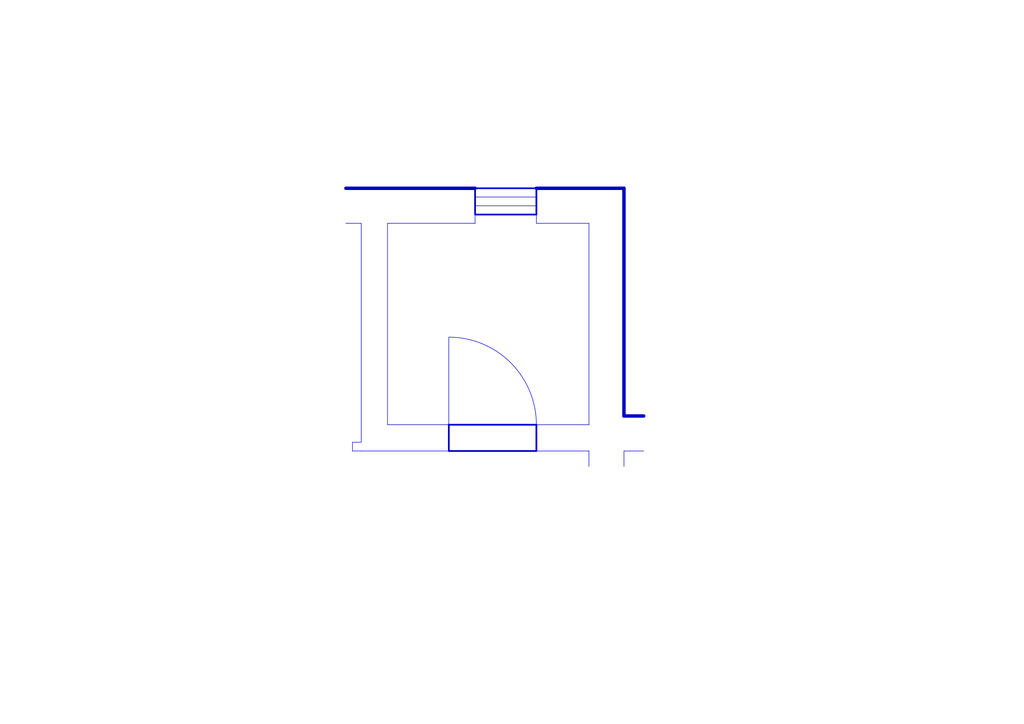
<source format=kicad_sch>
(kicad_sch (version 20230121) (generator eeschema)
  (paper "A4")
  (title_block (title "Projekt elektroinštalácie rodinného domu") (date "2024-05-09") (rev "1") (comment 4 "001-24") (comment 5 "Konanie stavby: 96901 Banská Štiavnica, Belianska 1770/15"))
  (lib_symbols)
  (polyline (pts (xy 170.815 135.255) (xy 170.815 130.81)))
  (polyline (pts (xy 130.175 130.81) (xy 104.775 130.81)))
  (polyline (pts (xy 137.795 62.23) (xy 137.795 64.77)))
  (polyline (pts (xy 112.395 123.19) (xy 130.175 123.19)))
  (polyline (pts (xy 130.175 130.81) (xy 130.175 123.19)))
  (polyline (pts (xy 155.575 59.69) (xy 137.795 59.69)))
  (polyline (pts (xy 155.575 62.23) (xy 155.575 64.77)))
  (polyline (pts (xy 170.815 130.81) (xy 155.575 130.81)))
  (polyline (pts (xy 104.775 128.27) (xy 102.235 128.27)))
  (polyline (pts (xy 170.815 64.77) (xy 155.575 64.77)))
  (polyline (pts (xy 155.575 57.15) (xy 137.795 57.15)))
  (polyline (pts (xy 180.975 130.81) (xy 180.975 135.255)))
  (polyline (pts (xy 186.69 130.81) (xy 180.975 130.81)))
  (polyline (pts (xy 100.33 64.77) (xy 104.775 64.77)))
  (polyline (pts (xy 112.395 64.77) (xy 137.795 64.77)))
  (polyline (pts (xy 186.69 120.65) (xy 180.975 120.65)) (stroke (width 1)))
  (polyline (pts (xy 155.575 123.19) (xy 170.815 123.19)))
  (polyline (pts (xy 155.575 130.81) (xy 155.575 123.19)))
  (polyline (pts (xy 155.575 54.61) (xy 180.975 54.61)) (stroke (width 1)))
  (polyline (pts (xy 104.775 130.81) (xy 102.235 130.81)))
  (polyline (pts (xy 130.175 97.79) (xy 130.175 123.19)))
  (polyline (pts (xy 180.975 120.65) (xy 180.975 54.61)) (stroke (width 1)))
  (polyline (pts (xy 102.235 128.27) (xy 102.235 130.81)))
  (polyline (pts (xy 104.775 64.77) (xy 104.775 128.27)))
  (polyline (pts (xy 170.815 123.19) (xy 170.815 64.77)))
  (polyline (pts (xy 100.33 54.61) (xy 137.795 54.61)) (stroke (width 1)))
  (polyline (pts (xy 112.395 64.77) (xy 112.395 123.19)))
  (rectangle (start 130.175 130.81) (end 155.575 123.19) (stroke (width 0.5)))
  (rectangle (start 137.795 54.61) (end 155.575 62.23) (stroke (width 0.5)))
  (arc (start 130.175 97.79) (mid 148.1355 105.2295) (end 155.575 123.19))
)
</source>
